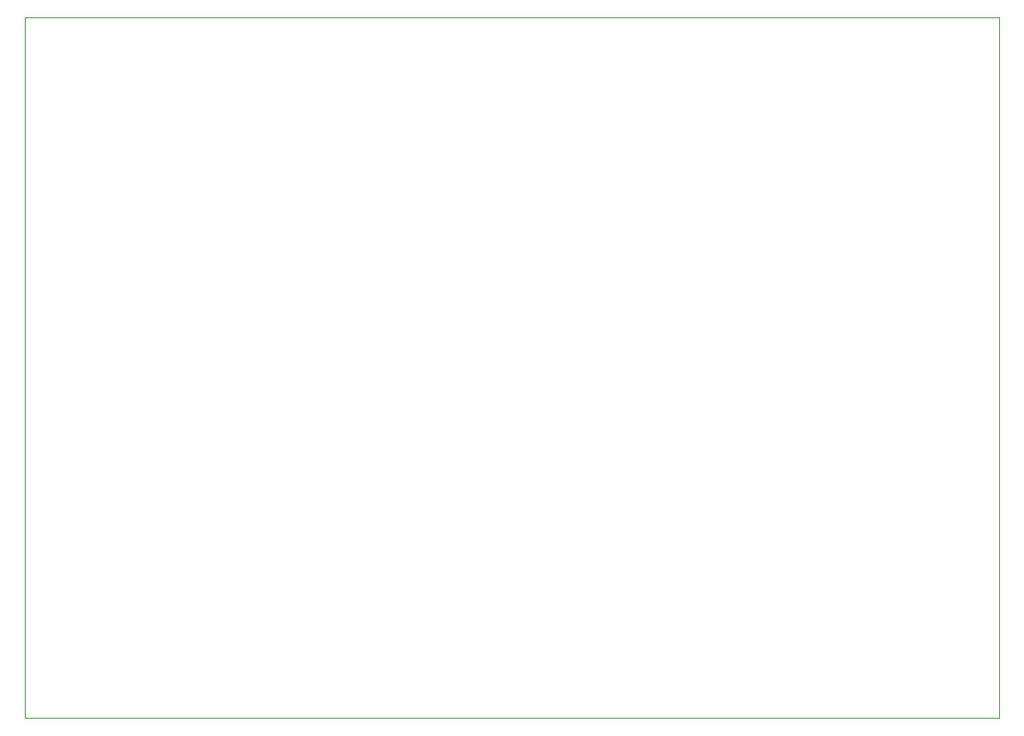
<source format=gm1>
%TF.GenerationSoftware,KiCad,Pcbnew,8.0.1*%
%TF.CreationDate,2024-05-10T19:46:58+02:00*%
%TF.ProjectId,SiganlGen,53696761-6e6c-4476-956e-2e6b69636164,rev?*%
%TF.SameCoordinates,Original*%
%TF.FileFunction,Profile,NP*%
%FSLAX46Y46*%
G04 Gerber Fmt 4.6, Leading zero omitted, Abs format (unit mm)*
G04 Created by KiCad (PCBNEW 8.0.1) date 2024-05-10 19:46:58*
%MOMM*%
%LPD*%
G01*
G04 APERTURE LIST*
%TA.AperFunction,Profile*%
%ADD10C,0.050000*%
%TD*%
G04 APERTURE END LIST*
D10*
X111760000Y-31750000D02*
X211455000Y-31750000D01*
X211455000Y-103505000D01*
X111760000Y-103505000D01*
X111760000Y-31750000D01*
M02*

</source>
